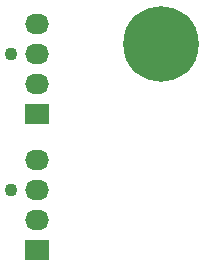
<source format=gbs>
G04 #@! TF.GenerationSoftware,KiCad,Pcbnew,9.0.0*
G04 #@! TF.CreationDate,2025-03-15T17:38:32+02:00*
G04 #@! TF.ProjectId,fan_pwm_to_rotor_lock,66616e5f-7077-46d5-9f74-6f5f726f746f,rev?*
G04 #@! TF.SameCoordinates,Original*
G04 #@! TF.FileFunction,Soldermask,Bot*
G04 #@! TF.FilePolarity,Negative*
%FSLAX46Y46*%
G04 Gerber Fmt 4.6, Leading zero omitted, Abs format (unit mm)*
G04 Created by KiCad (PCBNEW 9.0.0) date 2025-03-15 17:38:32*
%MOMM*%
%LPD*%
G01*
G04 APERTURE LIST*
%ADD10C,1.100000*%
%ADD11R,2.030000X1.730000*%
%ADD12O,2.030000X1.730000*%
%ADD13C,0.800000*%
%ADD14C,6.400000*%
G04 APERTURE END LIST*
D10*
X29361400Y-31648400D03*
D11*
X31521400Y-36728400D03*
D12*
X31521400Y-34188400D03*
X31521400Y-31648400D03*
X31521400Y-29108400D03*
D13*
X39662400Y-19253200D03*
X40365344Y-17556144D03*
X40365344Y-20950256D03*
X42062400Y-16853200D03*
D14*
X42062400Y-19253200D03*
D13*
X42062400Y-21653200D03*
X43759456Y-17556144D03*
X43759456Y-20950256D03*
X44462400Y-19253200D03*
D10*
X29361400Y-20066000D03*
D11*
X31521400Y-25146000D03*
D12*
X31521400Y-22606000D03*
X31521400Y-20066000D03*
X31521400Y-17526000D03*
M02*

</source>
